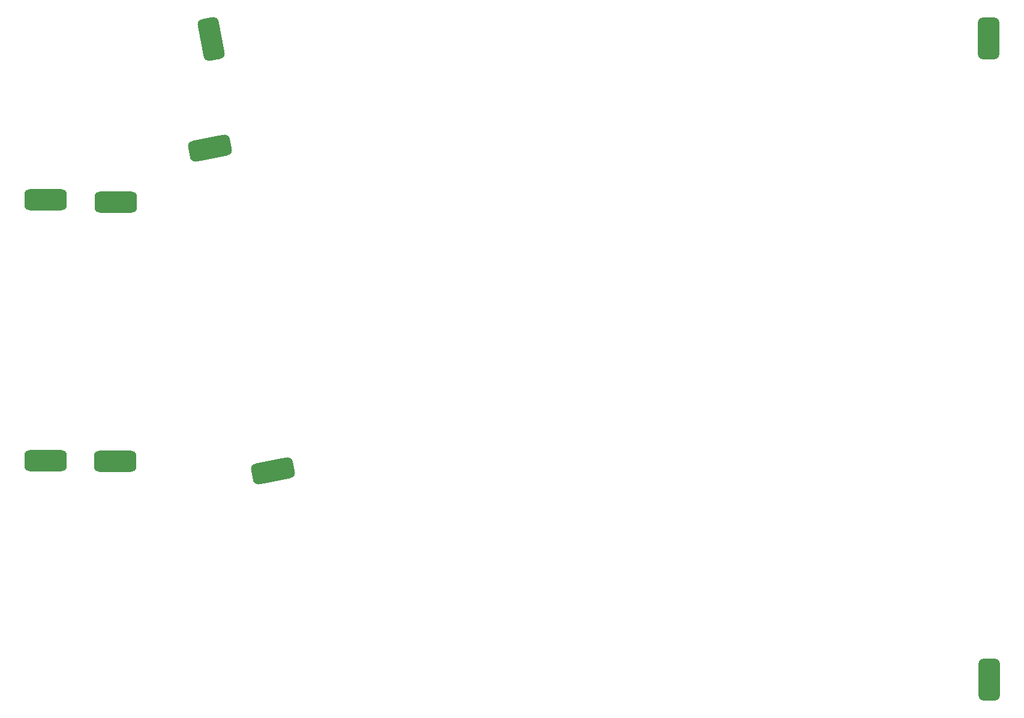
<source format=gbr>
%TF.GenerationSoftware,KiCad,Pcbnew,7.0.7*%
%TF.CreationDate,2023-12-29T22:10:29+01:00*%
%TF.ProjectId,sidePanels,73696465-5061-46e6-956c-732e6b696361,rev?*%
%TF.SameCoordinates,Original*%
%TF.FileFunction,Paste,Top*%
%TF.FilePolarity,Positive*%
%FSLAX46Y46*%
G04 Gerber Fmt 4.6, Leading zero omitted, Abs format (unit mm)*
G04 Created by KiCad (PCBNEW 7.0.7) date 2023-12-29 22:10:29*
%MOMM*%
%LPD*%
G01*
G04 APERTURE LIST*
G04 Aperture macros list*
%AMRoundRect*
0 Rectangle with rounded corners*
0 $1 Rounding radius*
0 $2 $3 $4 $5 $6 $7 $8 $9 X,Y pos of 4 corners*
0 Add a 4 corners polygon primitive as box body*
4,1,4,$2,$3,$4,$5,$6,$7,$8,$9,$2,$3,0*
0 Add four circle primitives for the rounded corners*
1,1,$1+$1,$2,$3*
1,1,$1+$1,$4,$5*
1,1,$1+$1,$6,$7*
1,1,$1+$1,$8,$9*
0 Add four rect primitives between the rounded corners*
20,1,$1+$1,$2,$3,$4,$5,0*
20,1,$1+$1,$4,$5,$6,$7,0*
20,1,$1+$1,$6,$7,$8,$9,0*
20,1,$1+$1,$8,$9,$2,$3,0*%
G04 Aperture macros list end*
%ADD10RoundRect,0.750000X-0.750000X2.250000X-0.750000X-2.250000X0.750000X-2.250000X0.750000X2.250000X0*%
%ADD11RoundRect,0.750000X2.250000X0.750000X-2.250000X0.750000X-2.250000X-0.750000X2.250000X-0.750000X0*%
%ADD12RoundRect,0.750000X-2.248688X-0.753926X2.251306X-0.746072X2.248688X0.753926X-2.251306X0.746072X0*%
%ADD13RoundRect,0.750000X1.158323X-2.069610X0.315107X2.350682X-1.158323X2.069610X-0.315107X-2.350682X0*%
%ADD14RoundRect,0.750000X2.063517X1.169144X-2.352300X0.302795X-2.063517X-1.169144X2.352300X-0.302795X0*%
G04 APERTURE END LIST*
D10*
%TO.C,*%
X225946945Y-51519107D03*
%TD*%
D11*
%TO.C,REF\u002A\u002A*%
X92876945Y-74336107D03*
%TD*%
%TO.C,REF\u002A\u002A*%
X92876945Y-111166107D03*
%TD*%
D12*
%TO.C,*%
X102761232Y-74637780D03*
%TD*%
%TO.C,*%
X102698068Y-111213945D03*
%TD*%
D10*
%TO.C,*%
X226073945Y-142070107D03*
%TD*%
D13*
%TO.C,*%
X116235713Y-51613028D03*
%TD*%
D14*
%TO.C,*%
X124977600Y-112629501D03*
%TD*%
%TO.C,*%
X116100499Y-67051925D03*
%TD*%
M02*

</source>
